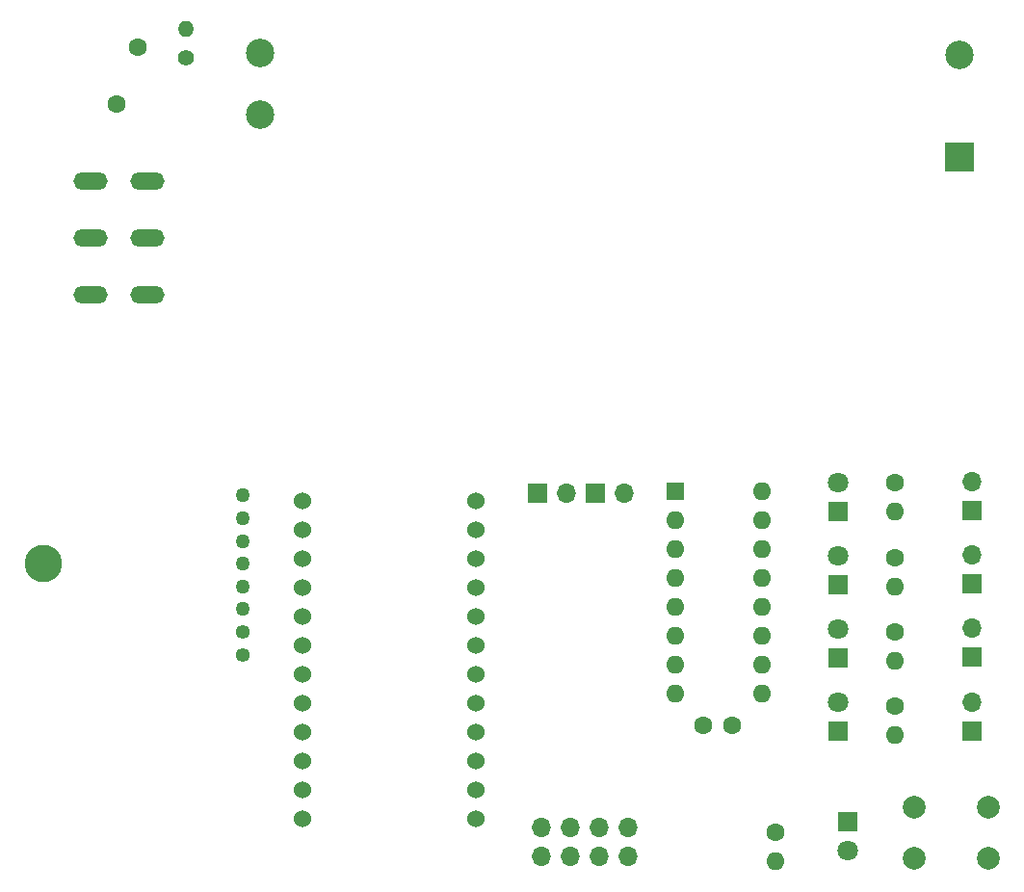
<source format=gbr>
%TF.GenerationSoftware,KiCad,Pcbnew,(5.1.9)-1*%
%TF.CreationDate,2021-03-16T20:09:15+01:00*%
%TF.ProjectId,HB-Uni-SenDose-4,48422d55-6e69-42d5-9365-6e446f73652d,rev?*%
%TF.SameCoordinates,Original*%
%TF.FileFunction,Soldermask,Bot*%
%TF.FilePolarity,Negative*%
%FSLAX46Y46*%
G04 Gerber Fmt 4.6, Leading zero omitted, Abs format (unit mm)*
G04 Created by KiCad (PCBNEW (5.1.9)-1) date 2021-03-16 20:09:15*
%MOMM*%
%LPD*%
G01*
G04 APERTURE LIST*
%ADD10C,1.800000*%
%ADD11R,1.800000X1.800000*%
%ADD12O,1.400000X1.400000*%
%ADD13C,1.400000*%
%ADD14C,1.600000*%
%ADD15O,1.700000X1.700000*%
%ADD16R,1.700000X1.700000*%
%ADD17C,2.500000*%
%ADD18R,2.500000X2.500000*%
%ADD19O,1.600000X1.600000*%
%ADD20R,1.600000X1.600000*%
%ADD21O,3.000000X1.500000*%
%ADD22O,1.270000X1.270000*%
%ADD23C,1.270000*%
%ADD24C,3.300000*%
%ADD25C,1.524000*%
%ADD26C,2.000000*%
G04 APERTURE END LIST*
D10*
%TO.C,D4*%
X152900000Y-111010000D03*
D11*
X152900000Y-113550000D03*
%TD*%
D12*
%TO.C,SR1*%
X95600000Y-51810000D03*
D13*
X95600000Y-54350000D03*
%TD*%
D14*
%TO.C,RV1*%
X89500000Y-58400000D03*
X91400000Y-53400000D03*
%TD*%
%TO.C,C1*%
X143600000Y-113000000D03*
X141100000Y-113000000D03*
%TD*%
D15*
%TO.C,Pump4*%
X164700000Y-110960000D03*
D16*
X164700000Y-113500000D03*
%TD*%
D15*
%TO.C,Pump3*%
X164700000Y-104460000D03*
D16*
X164700000Y-107000000D03*
%TD*%
D15*
%TO.C,Pump2*%
X164700000Y-98060000D03*
D16*
X164700000Y-100600000D03*
%TD*%
D15*
%TO.C,Pump1*%
X164700000Y-91560000D03*
D16*
X164700000Y-94100000D03*
%TD*%
D17*
%TO.C,PS1*%
X102100000Y-53950000D03*
D18*
X163600000Y-63050000D03*
D17*
X102100000Y-59350000D03*
X163600000Y-54050000D03*
%TD*%
D19*
%TO.C,U3*%
X146220000Y-92400000D03*
X138600000Y-110180000D03*
X146220000Y-94940000D03*
X138600000Y-107640000D03*
X146220000Y-97480000D03*
X138600000Y-105100000D03*
X146220000Y-100020000D03*
X138600000Y-102560000D03*
X146220000Y-102560000D03*
X138600000Y-100020000D03*
X146220000Y-105100000D03*
X138600000Y-97480000D03*
X146220000Y-107640000D03*
X138600000Y-94940000D03*
X146220000Y-110180000D03*
D20*
X138600000Y-92400000D03*
%TD*%
D21*
%TO.C,WAGO_236_403*%
X87200000Y-75150000D03*
X92200000Y-75150000D03*
X87200000Y-70150000D03*
X92200000Y-70150000D03*
X87200000Y-65150000D03*
X92200000Y-65150000D03*
%TD*%
D22*
%TO.C,U2*%
X100600000Y-106800000D03*
X100600000Y-104800000D03*
D23*
X100600000Y-102800000D03*
X100600000Y-100800000D03*
X100600000Y-98800000D03*
X100600000Y-96800000D03*
X100600000Y-94800000D03*
X100600000Y-92800000D03*
D24*
X83074000Y-98784000D03*
%TD*%
D25*
%TO.C,U1*%
X121140000Y-121220000D03*
X121140000Y-118680000D03*
X121140000Y-116140000D03*
X121140000Y-113600000D03*
X121140000Y-111060000D03*
X121140000Y-108520000D03*
X121140000Y-105980000D03*
X121140000Y-103440000D03*
X121140000Y-100900000D03*
X121140000Y-98360000D03*
X121140000Y-95820000D03*
X121140000Y-93280000D03*
X105900000Y-93280000D03*
X105900000Y-95820000D03*
X105900000Y-98360000D03*
X105900000Y-100900000D03*
X105900000Y-103440000D03*
X105900000Y-105980000D03*
X105900000Y-108520000D03*
X105900000Y-111060000D03*
X105900000Y-113600000D03*
X105900000Y-116140000D03*
X105900000Y-118680000D03*
X105900000Y-121220000D03*
%TD*%
D26*
%TO.C,SW1*%
X159650000Y-124700000D03*
X159650000Y-120200000D03*
X166150000Y-124700000D03*
X166150000Y-120200000D03*
%TD*%
D19*
%TO.C,R5*%
X147400000Y-124990000D03*
D14*
X147400000Y-122450000D03*
%TD*%
D19*
%TO.C,R4*%
X157900000Y-113840000D03*
D14*
X157900000Y-111300000D03*
%TD*%
D19*
%TO.C,R3*%
X157900000Y-107340000D03*
D14*
X157900000Y-104800000D03*
%TD*%
D19*
%TO.C,R2*%
X157900000Y-100840000D03*
D14*
X157900000Y-98300000D03*
%TD*%
D19*
%TO.C,R1*%
X157900000Y-94240000D03*
D14*
X157900000Y-91700000D03*
%TD*%
D15*
%TO.C,J6*%
X134520000Y-124540000D03*
X134520000Y-122000000D03*
X131980000Y-124540000D03*
X131980000Y-122000000D03*
X129440000Y-124540000D03*
X129440000Y-122000000D03*
X126900000Y-124540000D03*
X126900000Y-122000000D03*
%TD*%
%TO.C,J1*%
X134120000Y-92600000D03*
D16*
X131580000Y-92600000D03*
D15*
X129040000Y-92600000D03*
D16*
X126500000Y-92600000D03*
%TD*%
D10*
%TO.C,D5*%
X153800000Y-124040000D03*
D11*
X153800000Y-121500000D03*
%TD*%
D10*
%TO.C,D3*%
X152900000Y-104560000D03*
D11*
X152900000Y-107100000D03*
%TD*%
D10*
%TO.C,D2*%
X152900000Y-98100000D03*
D11*
X152900000Y-100640000D03*
%TD*%
D10*
%TO.C,D1*%
X152900000Y-91660000D03*
D11*
X152900000Y-94200000D03*
%TD*%
M02*

</source>
